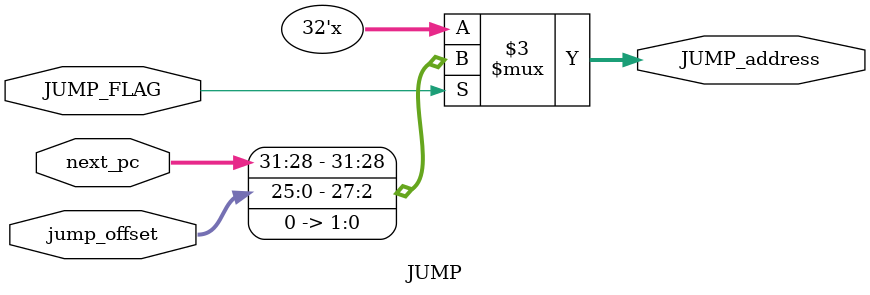
<source format=v>
module JUMP(
input JUMP_FLAG,
input [25:0] jump_offset,
input [31:0] next_pc,
output reg [31:0] JUMP_address
);

always @(*) 
begin

	if(JUMP_FLAG)
		begin
			JUMP_address = {next_pc[31:28], jump_offset, 2'b00};
		end
		
	else 
		begin
			JUMP_address =32'bx;
		end

end

endmodule 
</source>
